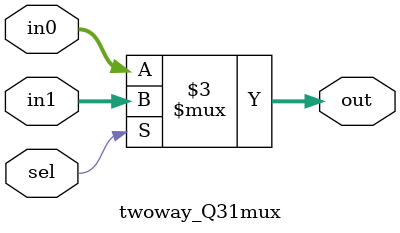
<source format=v>
`timescale 1ns / 1ps

// Dependencies: 	 N/A

//
//////////////////////////////////////////////////////////////////////////////////
module twoway_Q31mux(in0,in1,sel,out);

input sel;
input [31:0] in0,in1;
output [31:0] out;
reg [31:0] out;

	always @(*)
	case(sel)
	'd0 :	out = in0;
	default :	out = in1;
	
	endcase	
	
endmodule

</source>
